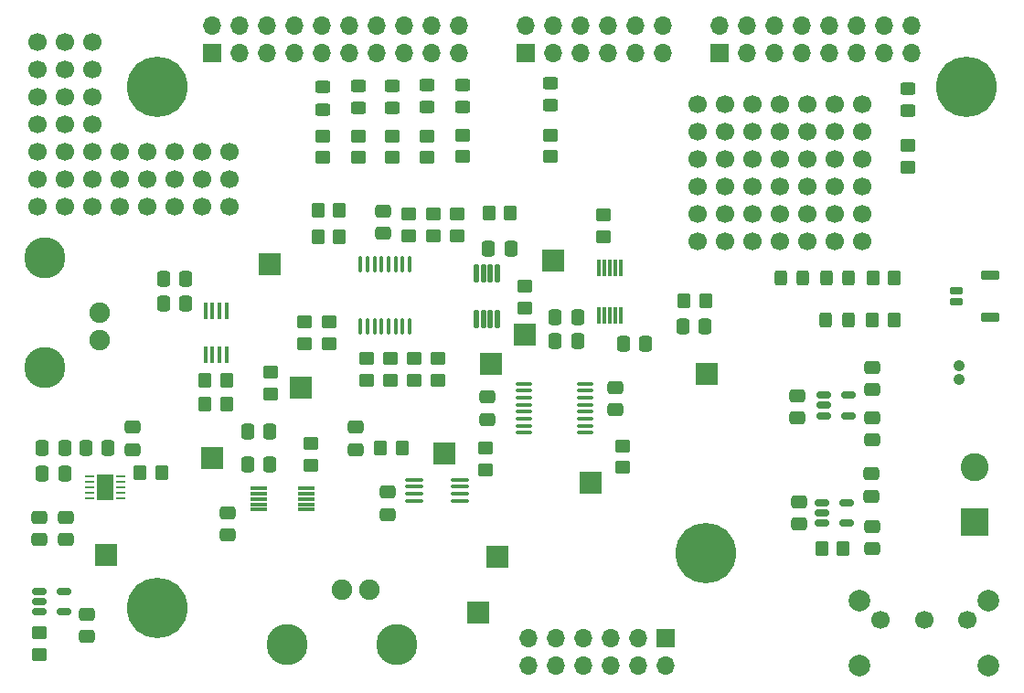
<source format=gbr>
%TF.GenerationSoftware,KiCad,Pcbnew,8.0.8*%
%TF.CreationDate,2025-07-15T12:33:29-07:00*%
%TF.ProjectId,complete_SR1,636f6d70-6c65-4746-955f-5352312e6b69,rev?*%
%TF.SameCoordinates,Original*%
%TF.FileFunction,Soldermask,Top*%
%TF.FilePolarity,Negative*%
%FSLAX46Y46*%
G04 Gerber Fmt 4.6, Leading zero omitted, Abs format (unit mm)*
G04 Created by KiCad (PCBNEW 8.0.8) date 2025-07-15 12:33:29*
%MOMM*%
%LPD*%
G01*
G04 APERTURE LIST*
G04 Aperture macros list*
%AMRoundRect*
0 Rectangle with rounded corners*
0 $1 Rounding radius*
0 $2 $3 $4 $5 $6 $7 $8 $9 X,Y pos of 4 corners*
0 Add a 4 corners polygon primitive as box body*
4,1,4,$2,$3,$4,$5,$6,$7,$8,$9,$2,$3,0*
0 Add four circle primitives for the rounded corners*
1,1,$1+$1,$2,$3*
1,1,$1+$1,$4,$5*
1,1,$1+$1,$6,$7*
1,1,$1+$1,$8,$9*
0 Add four rect primitives between the rounded corners*
20,1,$1+$1,$2,$3,$4,$5,0*
20,1,$1+$1,$4,$5,$6,$7,0*
20,1,$1+$1,$6,$7,$8,$9,0*
20,1,$1+$1,$8,$9,$2,$3,0*%
G04 Aperture macros list end*
%ADD10R,2.000000X2.000000*%
%ADD11C,1.700000*%
%ADD12RoundRect,0.100000X0.100000X-0.637500X0.100000X0.637500X-0.100000X0.637500X-0.100000X-0.637500X0*%
%ADD13RoundRect,0.125000X0.125000X-0.687500X0.125000X0.687500X-0.125000X0.687500X-0.125000X-0.687500X0*%
%ADD14RoundRect,0.100000X-0.637500X-0.100000X0.637500X-0.100000X0.637500X0.100000X-0.637500X0.100000X0*%
%ADD15RoundRect,0.250000X-0.350000X-0.450000X0.350000X-0.450000X0.350000X0.450000X-0.350000X0.450000X0*%
%ADD16RoundRect,0.250000X0.337500X0.475000X-0.337500X0.475000X-0.337500X-0.475000X0.337500X-0.475000X0*%
%ADD17RoundRect,0.150000X0.475000X-0.150000X0.475000X0.150000X-0.475000X0.150000X-0.475000X-0.150000X0*%
%ADD18RoundRect,0.225000X0.625000X-0.225000X0.625000X0.225000X-0.625000X0.225000X-0.625000X-0.225000X0*%
%ADD19C,1.066800*%
%ADD20C,5.600000*%
%ADD21C,2.000000*%
%ADD22R,1.700000X1.700000*%
%ADD23O,1.700000X1.700000*%
%ADD24R,2.600000X2.600000*%
%ADD25C,2.600000*%
%ADD26RoundRect,0.250000X-0.475000X0.337500X-0.475000X-0.337500X0.475000X-0.337500X0.475000X0.337500X0*%
%ADD27RoundRect,0.250000X-0.337500X-0.475000X0.337500X-0.475000X0.337500X0.475000X-0.337500X0.475000X0*%
%ADD28RoundRect,0.250000X0.475000X-0.337500X0.475000X0.337500X-0.475000X0.337500X-0.475000X-0.337500X0*%
%ADD29R,0.457200X1.524000*%
%ADD30RoundRect,0.062500X-0.365000X-0.062500X0.365000X-0.062500X0.365000X0.062500X-0.365000X0.062500X0*%
%ADD31R,1.640000X2.380000*%
%ADD32RoundRect,0.150000X-0.512500X-0.150000X0.512500X-0.150000X0.512500X0.150000X-0.512500X0.150000X0*%
%ADD33R,0.330200X1.524000*%
%ADD34R,1.524000X0.330200*%
%ADD35RoundRect,0.100000X-0.712500X-0.100000X0.712500X-0.100000X0.712500X0.100000X-0.712500X0.100000X0*%
%ADD36RoundRect,0.250000X0.450000X-0.350000X0.450000X0.350000X-0.450000X0.350000X-0.450000X-0.350000X0*%
%ADD37RoundRect,0.250000X0.350000X0.450000X-0.350000X0.450000X-0.350000X-0.450000X0.350000X-0.450000X0*%
%ADD38RoundRect,0.250000X-0.450000X0.350000X-0.450000X-0.350000X0.450000X-0.350000X0.450000X0.350000X0*%
%ADD39C,1.905000*%
%ADD40C,3.810000*%
%ADD41RoundRect,0.250000X0.325000X0.450000X-0.325000X0.450000X-0.325000X-0.450000X0.325000X-0.450000X0*%
%ADD42RoundRect,0.250000X0.450000X-0.325000X0.450000X0.325000X-0.450000X0.325000X-0.450000X-0.325000X0*%
G04 APERTURE END LIST*
D10*
%TO.C,TP3*%
X53800000Y-53600000D03*
%TD*%
%TO.C,TP5*%
X32300000Y-54000000D03*
%TD*%
%TO.C,TP11*%
X78070000Y-46260000D03*
%TD*%
D11*
%TO.C,REF\u002A\u002A554*%
X21200000Y-15520000D03*
%TD*%
%TO.C,REF\u002A\u002A554*%
X21200000Y-18060000D03*
%TD*%
%TO.C,REF\u002A\u002A554*%
X21200000Y-23140000D03*
%TD*%
%TO.C,REF\u002A\u002A554*%
X21200000Y-20600000D03*
%TD*%
%TO.C,REF\u002A\u002A554*%
X18660000Y-15520000D03*
%TD*%
%TO.C,REF\u002A\u002A554*%
X18660000Y-18060000D03*
%TD*%
%TO.C,REF\u002A\u002A554*%
X18660000Y-23140000D03*
%TD*%
%TO.C,REF\u002A\u002A554*%
X18660000Y-20600000D03*
%TD*%
%TO.C,REF\u002A\u002A554*%
X16120000Y-23140000D03*
%TD*%
%TO.C,REF\u002A\u002A554*%
X16120000Y-25680000D03*
%TD*%
%TO.C,REF\u002A\u002A554*%
X16120000Y-15520000D03*
%TD*%
%TO.C,REF\u002A\u002A554*%
X16120000Y-30760000D03*
%TD*%
%TO.C,REF\u002A\u002A554*%
X16120000Y-28220000D03*
%TD*%
%TO.C,REF\u002A\u002A554*%
X16120000Y-20600000D03*
%TD*%
%TO.C,REF\u002A\u002A554*%
X16120000Y-18060000D03*
%TD*%
%TO.C,REF\u002A\u002A554*%
X26270000Y-30750000D03*
%TD*%
%TO.C,REF\u002A\u002A554*%
X23730000Y-30750000D03*
%TD*%
%TO.C,REF\u002A\u002A554*%
X33890000Y-30750000D03*
%TD*%
%TO.C,REF\u002A\u002A554*%
X18650000Y-30750000D03*
%TD*%
%TO.C,REF\u002A\u002A554*%
X21190000Y-30750000D03*
%TD*%
%TO.C,REF\u002A\u002A554*%
X28810000Y-30750000D03*
%TD*%
%TO.C,REF\u002A\u002A554*%
X31350000Y-30750000D03*
%TD*%
%TO.C,REF\u002A\u002A554*%
X21190000Y-28210000D03*
%TD*%
%TO.C,REF\u002A\u002A554*%
X26270000Y-28210000D03*
%TD*%
%TO.C,REF\u002A\u002A554*%
X23730000Y-28210000D03*
%TD*%
%TO.C,REF\u002A\u002A554*%
X28810000Y-28210000D03*
%TD*%
%TO.C,REF\u002A\u002A554*%
X33890000Y-28210000D03*
%TD*%
%TO.C,REF\u002A\u002A554*%
X18650000Y-28210000D03*
%TD*%
%TO.C,REF\u002A\u002A554*%
X31350000Y-28210000D03*
%TD*%
%TO.C,REF\u002A\u002A554*%
X21190000Y-25670000D03*
%TD*%
%TO.C,REF\u002A\u002A554*%
X31350000Y-25670000D03*
%TD*%
%TO.C,REF\u002A\u002A554*%
X26270000Y-25670000D03*
%TD*%
%TO.C,REF\u002A\u002A554*%
X18650000Y-25670000D03*
%TD*%
%TO.C,REF\u002A\u002A554*%
X23730000Y-25670000D03*
%TD*%
%TO.C,REF\u002A\u002A554*%
X28810000Y-25670000D03*
%TD*%
%TO.C,REF\u002A\u002A554*%
X33890000Y-25670000D03*
%TD*%
%TO.C,REF\u002A\u002A554*%
X79740000Y-33940000D03*
%TD*%
%TO.C,REF\u002A\u002A554*%
X89900000Y-33940000D03*
%TD*%
%TO.C,REF\u002A\u002A554*%
X84820000Y-33940000D03*
%TD*%
%TO.C,REF\u002A\u002A554*%
X77200000Y-33940000D03*
%TD*%
%TO.C,REF\u002A\u002A554*%
X82280000Y-33940000D03*
%TD*%
%TO.C,REF\u002A\u002A554*%
X87360000Y-33940000D03*
%TD*%
%TO.C,REF\u002A\u002A554*%
X92440000Y-33940000D03*
%TD*%
%TO.C,REF\u002A\u002A554*%
X84820000Y-31400000D03*
%TD*%
%TO.C,REF\u002A\u002A554*%
X79740000Y-31400000D03*
%TD*%
%TO.C,REF\u002A\u002A554*%
X87360000Y-31400000D03*
%TD*%
%TO.C,REF\u002A\u002A554*%
X89900000Y-31400000D03*
%TD*%
%TO.C,REF\u002A\u002A554*%
X82280000Y-31400000D03*
%TD*%
%TO.C,REF\u002A\u002A554*%
X77200000Y-31400000D03*
%TD*%
%TO.C,REF\u002A\u002A554*%
X92440000Y-31400000D03*
%TD*%
%TO.C,REF\u002A\u002A554*%
X84820000Y-28860000D03*
%TD*%
%TO.C,REF\u002A\u002A554*%
X89900000Y-28860000D03*
%TD*%
%TO.C,REF\u002A\u002A554*%
X79740000Y-28860000D03*
%TD*%
%TO.C,REF\u002A\u002A554*%
X77200000Y-28860000D03*
%TD*%
%TO.C,REF\u002A\u002A554*%
X92440000Y-28860000D03*
%TD*%
%TO.C,REF\u002A\u002A554*%
X87360000Y-28860000D03*
%TD*%
%TO.C,REF\u002A\u002A554*%
X82280000Y-28860000D03*
%TD*%
%TO.C,REF\u002A\u002A554*%
X89900000Y-26320000D03*
%TD*%
%TO.C,REF\u002A\u002A554*%
X79740000Y-26320000D03*
%TD*%
%TO.C,REF\u002A\u002A554*%
X84820000Y-26320000D03*
%TD*%
%TO.C,REF\u002A\u002A554*%
X92440000Y-26320000D03*
%TD*%
%TO.C,REF\u002A\u002A554*%
X87360000Y-26320000D03*
%TD*%
%TO.C,REF\u002A\u002A554*%
X82280000Y-26320000D03*
%TD*%
%TO.C,REF\u002A\u002A554*%
X77200000Y-26320000D03*
%TD*%
%TO.C,REF\u002A\u002A554*%
X92440000Y-23780000D03*
%TD*%
%TO.C,REF\u002A\u002A554*%
X89900000Y-23780000D03*
%TD*%
%TO.C,REF\u002A\u002A554*%
X79740000Y-23780000D03*
%TD*%
%TO.C,REF\u002A\u002A554*%
X84820000Y-23780000D03*
%TD*%
%TO.C,REF\u002A\u002A554*%
X87360000Y-23780000D03*
%TD*%
%TO.C,REF\u002A\u002A554*%
X82280000Y-23780000D03*
%TD*%
%TO.C,REF\u002A\u002A554*%
X77200000Y-23780000D03*
%TD*%
%TO.C,REF\u002A\u002A554*%
X92440000Y-21240000D03*
%TD*%
%TO.C,REF\u002A\u002A554*%
X89900000Y-21240000D03*
%TD*%
%TO.C,REF\u002A\u002A554*%
X87360000Y-21240000D03*
%TD*%
%TO.C,REF\u002A\u002A554*%
X84820000Y-21240000D03*
%TD*%
%TO.C,REF\u002A\u002A554*%
X82280000Y-21240000D03*
%TD*%
%TO.C,REF\u002A\u002A554*%
X79740000Y-21240000D03*
%TD*%
%TO.C,REF\u002A\u002A554*%
X77200000Y-21240000D03*
%TD*%
D12*
%TO.C,U11*%
X46025000Y-41832500D03*
X46675000Y-41832500D03*
X47325000Y-41832500D03*
X47975000Y-41832500D03*
X48625000Y-41832500D03*
X49275000Y-41832500D03*
X49925000Y-41832500D03*
X50575000Y-41832500D03*
X50575000Y-36107500D03*
X49925000Y-36107500D03*
X49275000Y-36107500D03*
X48625000Y-36107500D03*
X47975000Y-36107500D03*
X47325000Y-36107500D03*
X46675000Y-36107500D03*
X46025000Y-36107500D03*
%TD*%
D13*
%TO.C,U8*%
X56750000Y-41162500D03*
X57400000Y-41162500D03*
X58050000Y-41162500D03*
X58700000Y-41162500D03*
X58700000Y-36937500D03*
X58050000Y-36937500D03*
X57400000Y-36937500D03*
X56750000Y-36937500D03*
%TD*%
D14*
%TO.C,U3*%
X61137500Y-47125000D03*
X61137500Y-47775000D03*
X61137500Y-48425000D03*
X61137500Y-49075000D03*
X61137500Y-49725000D03*
X61137500Y-50375000D03*
X61137500Y-51025000D03*
X61137500Y-51675000D03*
X66862500Y-51675000D03*
X66862500Y-51025000D03*
X66862500Y-50375000D03*
X66862500Y-49725000D03*
X66862500Y-49075000D03*
X66862500Y-48425000D03*
X66862500Y-47775000D03*
X66862500Y-47125000D03*
%TD*%
D15*
%TO.C,R10*%
X75960000Y-39420000D03*
X77960000Y-39420000D03*
%TD*%
D16*
%TO.C,C3*%
X77927500Y-41840000D03*
X75852500Y-41840000D03*
%TD*%
D17*
%TO.C,J10*%
X101175000Y-39500000D03*
X101175000Y-38500000D03*
D18*
X104300000Y-40950000D03*
X104300000Y-37050000D03*
%TD*%
D19*
%TO.C,J3*%
X101474000Y-45470100D03*
X101474000Y-46720100D03*
%TD*%
D20*
%TO.C,H4*%
X78040000Y-62800000D03*
%TD*%
%TO.C,H3*%
X102170000Y-19620000D03*
%TD*%
%TO.C,H2*%
X27240000Y-19620000D03*
%TD*%
%TO.C,H1*%
X27240000Y-67880000D03*
%TD*%
D21*
%TO.C,SW1*%
X92200000Y-67250000D03*
X92200000Y-73250000D03*
X104200000Y-67250000D03*
X104200000Y-73250000D03*
D11*
X94200000Y-69000000D03*
X98200000Y-69000000D03*
X102200000Y-69000000D03*
%TD*%
D22*
%TO.C,J8*%
X79310000Y-16500000D03*
D23*
X79310000Y-13960000D03*
X81850000Y-16500000D03*
X81850000Y-13960000D03*
X84390000Y-16500000D03*
X84390000Y-13960000D03*
X86930000Y-16500000D03*
X86930000Y-13960000D03*
X89470000Y-16500000D03*
X89470000Y-13960000D03*
X92010000Y-16500000D03*
X92010000Y-13960000D03*
X94550000Y-16500000D03*
X94550000Y-13960000D03*
X97090000Y-16500000D03*
X97090000Y-13960000D03*
%TD*%
D24*
%TO.C,J2*%
X102905000Y-59945000D03*
D25*
X102905000Y-54865000D03*
%TD*%
D26*
%TO.C,XC32*%
X48500000Y-57162500D03*
X48500000Y-59237500D03*
%TD*%
D16*
%TO.C,XC31*%
X29837500Y-37400000D03*
X27762500Y-37400000D03*
%TD*%
%TO.C,XC30*%
X29837500Y-39700000D03*
X27762500Y-39700000D03*
%TD*%
D27*
%TO.C,XC29*%
X35562500Y-54610000D03*
X37637500Y-54610000D03*
%TD*%
D16*
%TO.C,XC28*%
X37637500Y-51600000D03*
X35562500Y-51600000D03*
%TD*%
D28*
%TO.C,XC27*%
X33700000Y-61137500D03*
X33700000Y-59062500D03*
%TD*%
%TO.C,XC26*%
X24900000Y-53237500D03*
X24900000Y-51162500D03*
%TD*%
D16*
%TO.C,XC25*%
X18627500Y-53100000D03*
X16552500Y-53100000D03*
%TD*%
%TO.C,XC24*%
X18627500Y-55472500D03*
X16552500Y-55472500D03*
%TD*%
D26*
%TO.C,XC23*%
X16300000Y-59500000D03*
X16300000Y-61575000D03*
%TD*%
%TO.C,XC22*%
X18710000Y-61575000D03*
X18710000Y-59500000D03*
%TD*%
%TO.C,XC21*%
X20700000Y-68462500D03*
X20700000Y-70537500D03*
%TD*%
D28*
%TO.C,XC14*%
X57800000Y-50437500D03*
X57800000Y-48362500D03*
%TD*%
%TO.C,XC12*%
X69600000Y-49537500D03*
X69600000Y-47462500D03*
%TD*%
D16*
%TO.C,XC11*%
X72437500Y-43400000D03*
X70362500Y-43400000D03*
%TD*%
%TO.C,XC10*%
X66137500Y-41000000D03*
X64062500Y-41000000D03*
%TD*%
%TO.C,XC9*%
X66137500Y-43211299D03*
X64062500Y-43211299D03*
%TD*%
D27*
%TO.C,XC8*%
X57862500Y-34600000D03*
X59937500Y-34600000D03*
%TD*%
D28*
%TO.C,XC7*%
X48140000Y-33207500D03*
X48140000Y-31132500D03*
%TD*%
D26*
%TO.C,XC6*%
X93437500Y-45622500D03*
X93437500Y-47697500D03*
%TD*%
D28*
%TO.C,XC5*%
X93437500Y-52335000D03*
X93437500Y-50260000D03*
%TD*%
%TO.C,XC4*%
X86437500Y-50297500D03*
X86437500Y-48222500D03*
%TD*%
D26*
%TO.C,XC3*%
X93325000Y-55462500D03*
X93325000Y-57537500D03*
%TD*%
D28*
%TO.C,XC2*%
X93425000Y-62437500D03*
X93425000Y-60362500D03*
%TD*%
%TO.C,XC1*%
X86650000Y-60147500D03*
X86650000Y-58072500D03*
%TD*%
D29*
%TO.C,U15*%
X31650002Y-44487200D03*
X32300000Y-44487200D03*
X32950002Y-44487200D03*
X33600000Y-44487200D03*
X33600000Y-40400000D03*
X32950002Y-40400000D03*
X32300000Y-40400000D03*
X31650002Y-40400000D03*
%TD*%
D30*
%TO.C,U14*%
X20952500Y-55752500D03*
X20952500Y-56252500D03*
X20952500Y-56752500D03*
X20952500Y-57252500D03*
X20952500Y-57752500D03*
X23847500Y-57752500D03*
X23847500Y-57252500D03*
X23847500Y-56752500D03*
X23847500Y-56252500D03*
X23847500Y-55752500D03*
D31*
X22400000Y-56752500D03*
%TD*%
D32*
%TO.C,U13*%
X91200000Y-48200000D03*
X91200000Y-50100000D03*
X88925000Y-50100000D03*
X88925000Y-49150000D03*
X88925000Y-48200000D03*
%TD*%
%TO.C,U12*%
X88787500Y-58150000D03*
X88787500Y-59100000D03*
X88787500Y-60050000D03*
X91062500Y-60050000D03*
X91062500Y-58150000D03*
%TD*%
D33*
%TO.C,U7*%
X68099999Y-36428300D03*
X68600001Y-36428300D03*
X69100000Y-36428300D03*
X69599999Y-36428300D03*
X70100001Y-36428300D03*
X70100001Y-40771700D03*
X69599999Y-40771700D03*
X69100000Y-40771700D03*
X68600001Y-40771700D03*
X68099999Y-40771700D03*
%TD*%
D32*
%TO.C,U6*%
X16262500Y-66350000D03*
X16262500Y-67300000D03*
X16262500Y-68250000D03*
X18537500Y-68250000D03*
X18537500Y-66350000D03*
%TD*%
D34*
%TO.C,U5*%
X36628300Y-56799999D03*
X36628300Y-57300001D03*
X36628300Y-57800000D03*
X36628300Y-58299999D03*
X36628300Y-58800001D03*
X40971700Y-58800001D03*
X40971700Y-58299999D03*
X40971700Y-57800000D03*
X40971700Y-57300001D03*
X40971700Y-56799999D03*
%TD*%
D35*
%TO.C,U2*%
X50987500Y-56025000D03*
X50987500Y-56675000D03*
X50987500Y-57325000D03*
X50987500Y-57975000D03*
X55212500Y-57975000D03*
X55212500Y-57325000D03*
X55212500Y-56675000D03*
X55212500Y-56025000D03*
%TD*%
D10*
%TO.C,TP12*%
X61200000Y-42600000D03*
%TD*%
%TO.C,TP10*%
X58700000Y-63200000D03*
%TD*%
%TO.C,TP9*%
X63900000Y-35700000D03*
%TD*%
%TO.C,TP8*%
X58100000Y-45300000D03*
%TD*%
%TO.C,TP7*%
X67300000Y-56300000D03*
%TD*%
%TO.C,TP6*%
X37600000Y-36100000D03*
%TD*%
%TO.C,TP4*%
X56890000Y-68370000D03*
%TD*%
%TO.C,TP2*%
X40500000Y-47500000D03*
%TD*%
D36*
%TO.C,RP13*%
X41400000Y-54700000D03*
X41400000Y-52700000D03*
%TD*%
%TO.C,RP12*%
X68500000Y-33500000D03*
X68500000Y-31500000D03*
%TD*%
D15*
%TO.C,RP11*%
X25600000Y-55400000D03*
X27600000Y-55400000D03*
%TD*%
D37*
%TO.C,RP10*%
X42090000Y-31090000D03*
X44090000Y-31090000D03*
%TD*%
D15*
%TO.C,RP9*%
X59900000Y-31300000D03*
X57900000Y-31300000D03*
%TD*%
D37*
%TO.C,RP8*%
X42090000Y-33510000D03*
X44090000Y-33510000D03*
%TD*%
D36*
%TO.C,RP7*%
X70300000Y-54900000D03*
X70300000Y-52900000D03*
%TD*%
D38*
%TO.C,RP6*%
X40800000Y-43400000D03*
X40800000Y-41400000D03*
%TD*%
%TO.C,RP4*%
X43100000Y-43400000D03*
X43100000Y-41400000D03*
%TD*%
D15*
%TO.C,RP2*%
X88725000Y-62400000D03*
X90725000Y-62400000D03*
%TD*%
D36*
%TO.C,RP1*%
X57600000Y-55100000D03*
X57600000Y-53100000D03*
%TD*%
D38*
%TO.C,R25*%
X42500000Y-24200000D03*
X42500000Y-26200000D03*
%TD*%
%TO.C,R24*%
X63600000Y-26100000D03*
X63600000Y-24100000D03*
%TD*%
%TO.C,R23*%
X55500000Y-26100000D03*
X55500000Y-24100000D03*
%TD*%
%TO.C,R22*%
X52200000Y-26200000D03*
X52200000Y-24200000D03*
%TD*%
%TO.C,R21*%
X49000000Y-26200000D03*
X49000000Y-24200000D03*
%TD*%
%TO.C,R20*%
X45800000Y-26200000D03*
X45800000Y-24200000D03*
%TD*%
%TO.C,R19*%
X96700000Y-27100000D03*
X96700000Y-25100000D03*
%TD*%
D15*
%TO.C,R18*%
X95450000Y-41200000D03*
X93450000Y-41200000D03*
%TD*%
D38*
%TO.C,R17*%
X37700000Y-46100000D03*
X37700000Y-48100000D03*
%TD*%
D37*
%TO.C,R16*%
X33600000Y-46800000D03*
X31600000Y-46800000D03*
%TD*%
%TO.C,R15*%
X33600000Y-49000000D03*
X31600000Y-49000000D03*
%TD*%
D36*
%TO.C,R14*%
X16300000Y-72200000D03*
X16300000Y-70200000D03*
%TD*%
D15*
%TO.C,R13*%
X47900000Y-53100000D03*
X49900000Y-53100000D03*
%TD*%
%TO.C,R9*%
X95475000Y-37300000D03*
X93475000Y-37300000D03*
%TD*%
D36*
%TO.C,R8*%
X61200000Y-38100000D03*
X61200000Y-40100000D03*
%TD*%
%TO.C,R7*%
X54980000Y-31417500D03*
X54980000Y-33417500D03*
%TD*%
%TO.C,R6*%
X52770000Y-31430000D03*
X52770000Y-33430000D03*
%TD*%
%TO.C,R5*%
X50500000Y-31417500D03*
X50500000Y-33417500D03*
%TD*%
D38*
%TO.C,R4*%
X53200000Y-44800000D03*
X53200000Y-46800000D03*
%TD*%
%TO.C,R3*%
X51000000Y-44800000D03*
X51000000Y-46800000D03*
%TD*%
%TO.C,R2*%
X48800000Y-44800000D03*
X48800000Y-46800000D03*
%TD*%
%TO.C,R1*%
X46600000Y-44800000D03*
X46600000Y-46800000D03*
%TD*%
D22*
%TO.C,J9*%
X74240000Y-70700000D03*
D23*
X74240000Y-73240000D03*
X71700000Y-70700000D03*
X71700000Y-73240000D03*
X69160000Y-70700000D03*
X69160000Y-73240000D03*
X66620000Y-70700000D03*
X66620000Y-73240000D03*
X64080000Y-70700000D03*
X64080000Y-73240000D03*
X61540000Y-70700000D03*
X61540000Y-73240000D03*
%TD*%
D22*
%TO.C,J7*%
X61350000Y-16500000D03*
D23*
X61350000Y-13960000D03*
X63890000Y-16500000D03*
X63890000Y-13960000D03*
X66430000Y-16500000D03*
X66430000Y-13960000D03*
X68970000Y-16500000D03*
X68970000Y-13960000D03*
X71510000Y-16500000D03*
X71510000Y-13960000D03*
X74050000Y-16500000D03*
X74050000Y-13960000D03*
%TD*%
D22*
%TO.C,J6*%
X32320000Y-16500000D03*
D23*
X32320000Y-13960000D03*
X34860000Y-16500000D03*
X34860000Y-13960000D03*
X37400000Y-16500000D03*
X37400000Y-13960000D03*
X39940000Y-16500000D03*
X39940000Y-13960000D03*
X42480000Y-16500000D03*
X42480000Y-13960000D03*
X45020000Y-16500000D03*
X45020000Y-13960000D03*
X47560000Y-16500000D03*
X47560000Y-13960000D03*
X50100000Y-16500000D03*
X50100000Y-13960000D03*
X52640000Y-16500000D03*
X52640000Y-13960000D03*
X55180000Y-16500000D03*
X55180000Y-13960000D03*
%TD*%
D39*
%TO.C,J5*%
X44320000Y-66220000D03*
D40*
X49400000Y-71300000D03*
D39*
X46860000Y-66220000D03*
D40*
X39240000Y-71300000D03*
%TD*%
%TO.C,J1*%
X16800000Y-35500000D03*
D39*
X21880000Y-43120000D03*
D40*
X16800000Y-45660000D03*
D39*
X21880000Y-40580000D03*
%TD*%
D41*
%TO.C,D12*%
X91225000Y-37300000D03*
X89175000Y-37300000D03*
%TD*%
%TO.C,D11*%
X87000000Y-37300000D03*
X84950000Y-37300000D03*
%TD*%
D42*
%TO.C,D10*%
X42500000Y-21725000D03*
X42500000Y-19675000D03*
%TD*%
%TO.C,D9*%
X63600000Y-21350000D03*
X63600000Y-19300000D03*
%TD*%
%TO.C,D8*%
X55500000Y-21525000D03*
X55500000Y-19475000D03*
%TD*%
%TO.C,D7*%
X52200000Y-21550000D03*
X52200000Y-19500000D03*
%TD*%
%TO.C,D6*%
X49000000Y-21625000D03*
X49000000Y-19575000D03*
%TD*%
%TO.C,D5*%
X45800000Y-21600000D03*
X45800000Y-19550000D03*
%TD*%
%TO.C,D4*%
X96700000Y-21850000D03*
X96700000Y-19800000D03*
%TD*%
D41*
%TO.C,D3*%
X89125000Y-41245000D03*
X91175000Y-41245000D03*
%TD*%
D16*
%TO.C,C2*%
X22637500Y-53100000D03*
X20562500Y-53100000D03*
%TD*%
D28*
%TO.C,C1*%
X45600000Y-53237500D03*
X45600000Y-51162500D03*
%TD*%
D10*
%TO.C,TP1*%
X22500000Y-63000000D03*
%TD*%
M02*

</source>
